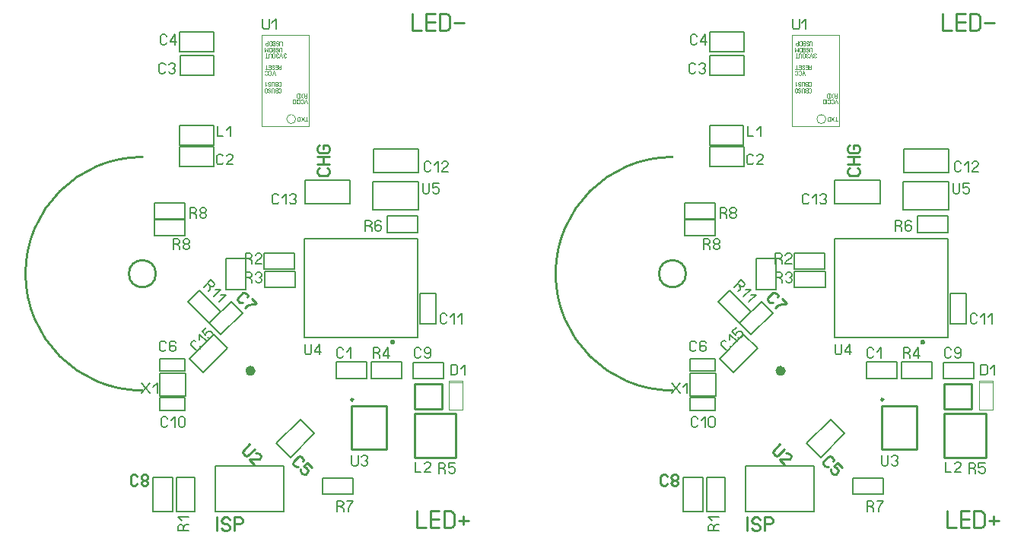
<source format=gbr>
%FSLAX34Y34*%
%MOMM*%
%LNSILK_TOP*%
G71*
G01*
%ADD10C,0.250*%
%ADD11C,0.206*%
%ADD12C,0.150*%
%ADD13C,0.200*%
%ADD14C,0.238*%
%ADD15C,0.222*%
%ADD16C,0.270*%
%ADD17C,0.100*%
%ADD18C,0.144*%
%ADD19C,0.056*%
%ADD20C,0.233*%
%LPD*%
G54D10*
G75*
G01X120500Y297500D02*
G03X120500Y297500I-15000J0D01*
G01*
G54D10*
G75*
G01X105500Y427500D02*
G03X105500Y167500I0J-130000D01*
G01*
G54D11*
X286863Y219006D02*
X286863Y209618D01*
X287730Y208173D01*
X289463Y207451D01*
X291196Y207451D01*
X292930Y208173D01*
X293796Y209618D01*
X293796Y219006D01*
G54D11*
X303040Y207451D02*
X303040Y219006D01*
X297840Y211784D01*
X297840Y210340D01*
X304774Y210340D01*
G54D12*
G75*
G01X385899Y221290D02*
G03X385899Y221290I-2000J0D01*
G01*
G36*
G75*
G01X385899Y221290D02*
G03X385899Y221290I-2000J0D01*
G01*
G37*
X385899Y221290D01*
G54D12*
X414378Y275558D02*
X432378Y275558D01*
X432378Y241558D01*
X414378Y241558D01*
X414378Y275558D01*
G54D11*
X444096Y244102D02*
X443229Y242657D01*
X441496Y241935D01*
X439762Y241935D01*
X438029Y242657D01*
X437162Y244102D01*
X437162Y251324D01*
X438029Y252768D01*
X439762Y253490D01*
X441496Y253490D01*
X443229Y252768D01*
X444096Y251324D01*
G54D11*
X448139Y249157D02*
X452473Y253490D01*
X452473Y241935D01*
G54D11*
X456516Y249157D02*
X460850Y253490D01*
X460850Y241935D01*
G54D13*
X286122Y336517D02*
X412122Y336517D01*
X412122Y226517D01*
X286122Y226517D01*
X286122Y336517D01*
G54D14*
X311132Y415109D02*
X312799Y414109D01*
X313632Y412109D01*
X313632Y410110D01*
X312799Y408109D01*
X311132Y407110D01*
X302799Y407109D01*
X301132Y408109D01*
X300299Y410110D01*
X300299Y412109D01*
X301132Y414109D01*
X302799Y415109D01*
G54D14*
X313633Y419776D02*
X300299Y419776D01*
G54D14*
X313633Y427776D02*
X300299Y427776D01*
G54D14*
X306966Y419776D02*
X306966Y427776D01*
G54D14*
X306966Y436443D02*
X306966Y440443D01*
X311132Y440443D01*
X312799Y439443D01*
X313633Y437444D01*
X313632Y435443D01*
X312799Y433443D01*
X311132Y432443D01*
X302799Y432443D01*
X301132Y433443D01*
X300299Y435443D01*
X300299Y437443D01*
X301132Y439443D01*
X302799Y440443D01*
G54D13*
X361715Y368410D02*
X361715Y400160D01*
X412515Y400160D01*
X412515Y368410D01*
X361715Y368410D01*
G54D11*
X417693Y398081D02*
X417693Y388692D01*
X418559Y387247D01*
X420293Y386525D01*
X422026Y386525D01*
X423759Y387247D01*
X424626Y388692D01*
X424626Y398081D01*
G54D11*
X435603Y398081D02*
X428670Y398081D01*
X428670Y393025D01*
X429536Y393025D01*
X431270Y393747D01*
X433003Y393747D01*
X434736Y393025D01*
X435603Y391581D01*
X435603Y388692D01*
X434736Y387247D01*
X433003Y386525D01*
X431270Y386525D01*
X429536Y387247D01*
X428670Y388692D01*
G54D12*
X412715Y436060D02*
X412715Y410060D01*
X362715Y410060D01*
X362715Y436060D01*
X412715Y436060D01*
G54D11*
X426510Y413321D02*
X425644Y411877D01*
X423910Y411154D01*
X422177Y411154D01*
X420444Y411877D01*
X419577Y413321D01*
X419577Y420543D01*
X420444Y421988D01*
X422177Y422710D01*
X423910Y422710D01*
X425644Y421988D01*
X426510Y420543D01*
G54D11*
X430554Y418377D02*
X434887Y422710D01*
X434887Y411154D01*
G54D11*
X445864Y411154D02*
X438931Y411154D01*
X438931Y411877D01*
X439798Y413321D01*
X444998Y417654D01*
X445864Y419099D01*
X445864Y420543D01*
X444998Y421988D01*
X443264Y422710D01*
X441531Y422710D01*
X439798Y421988D01*
X438931Y420543D01*
G54D12*
X336315Y401460D02*
X336315Y375460D01*
X286315Y375460D01*
X286315Y401460D01*
X336315Y401460D01*
G54D11*
X257010Y377221D02*
X256144Y375776D01*
X254410Y375054D01*
X252677Y375054D01*
X250944Y375776D01*
X250077Y377221D01*
X250077Y384443D01*
X250944Y385887D01*
X252677Y386610D01*
X254410Y386610D01*
X256144Y385887D01*
X257010Y384443D01*
G54D11*
X261054Y382276D02*
X265388Y386610D01*
X265388Y375054D01*
G54D11*
X269431Y384443D02*
X270298Y385887D01*
X272031Y386610D01*
X273764Y386610D01*
X275498Y385887D01*
X276364Y384443D01*
X276364Y382998D01*
X275498Y381554D01*
X273764Y380832D01*
X275498Y380110D01*
X276364Y378665D01*
X276364Y377221D01*
X275498Y375776D01*
X273764Y375054D01*
X272031Y375054D01*
X270298Y375776D01*
X269431Y377221D01*
G54D12*
X378315Y343560D02*
X378315Y361560D01*
X412315Y361560D01*
X412315Y343560D01*
X378315Y343560D01*
G54D11*
X357244Y351132D02*
X359844Y349687D01*
X360710Y348243D01*
X360710Y345354D01*
G54D11*
X353777Y345354D02*
X353777Y356910D01*
X358110Y356910D01*
X359844Y356187D01*
X360710Y354743D01*
X360710Y353298D01*
X359844Y351854D01*
X358110Y351132D01*
X353777Y351132D01*
G54D11*
X371687Y354743D02*
X370821Y356187D01*
X369087Y356910D01*
X367354Y356910D01*
X365621Y356187D01*
X364754Y354743D01*
X364754Y351132D01*
X364754Y350410D01*
X367354Y351854D01*
X369087Y351854D01*
X370821Y351132D01*
X371687Y349687D01*
X371687Y347521D01*
X370821Y346076D01*
X369087Y345354D01*
X367354Y345354D01*
X365621Y346076D01*
X364754Y347521D01*
X364754Y351132D01*
G54D15*
X225070Y107524D02*
X217920Y100374D01*
X217480Y98615D01*
X218250Y96745D01*
X219570Y95425D01*
X221440Y94655D01*
X223200Y95095D01*
X230350Y102244D01*
G54D15*
X229910Y85085D02*
X224630Y90364D01*
X225180Y90914D01*
X226940Y91354D01*
X234200Y90694D01*
X235960Y91134D01*
X237060Y92234D01*
X237500Y93994D01*
X236730Y95864D01*
X235410Y97184D01*
X233540Y97954D01*
X231780Y97514D01*
G54D12*
X270298Y92805D02*
X254742Y108362D01*
X281612Y135232D01*
X297169Y119675D01*
X270298Y92805D01*
G54D15*
X278847Y82804D02*
X277087Y82364D01*
X275217Y83134D01*
X273897Y84454D01*
X273127Y86324D01*
X273567Y88084D01*
X279067Y93584D01*
X280827Y94024D01*
X282697Y93254D01*
X284017Y91934D01*
X284786Y90064D01*
X284347Y88304D01*
G54D15*
X294357Y81594D02*
X289077Y86874D01*
X285227Y83024D01*
X285887Y82364D01*
X287757Y81594D01*
X289077Y80274D01*
X289847Y78404D01*
X289407Y76644D01*
X287207Y74444D01*
X285447Y74004D01*
X283577Y74774D01*
X282257Y76094D01*
X281487Y77964D01*
X281927Y79724D01*
G54D12*
X173296Y187319D02*
X157740Y202875D01*
X184610Y229745D01*
X200166Y214189D01*
X173296Y187319D01*
G54D15*
X217059Y265462D02*
X215299Y265022D01*
X213429Y265792D01*
X212109Y267112D01*
X211339Y268982D01*
X211779Y270742D01*
X217279Y276242D01*
X219039Y276682D01*
X220909Y275912D01*
X222228Y274592D01*
X222998Y272722D01*
X222558Y270962D01*
G54D15*
X227289Y269531D02*
X232569Y264252D01*
X230809Y263812D01*
X227839Y263482D01*
X224319Y262602D01*
X222009Y261612D01*
X219809Y259412D01*
G54D12*
X143818Y32547D02*
X163818Y32547D01*
X163818Y70547D01*
X143818Y70547D01*
X143818Y32547D01*
G54D11*
X151146Y14955D02*
X152591Y17555D01*
X154035Y18421D01*
X156924Y18421D01*
G54D11*
X156924Y11488D02*
X145369Y11488D01*
X145369Y15821D01*
X146091Y17555D01*
X147535Y18421D01*
X148980Y18421D01*
X150424Y17555D01*
X151146Y15821D01*
X151146Y11488D01*
G54D11*
X149702Y22465D02*
X145369Y26798D01*
X156924Y26798D01*
G54D12*
X153634Y161411D02*
X124834Y161411D01*
X124834Y186711D01*
X153634Y186711D01*
X153634Y161411D01*
G54D12*
X153073Y159199D02*
X153073Y145199D01*
X125073Y145199D01*
X125073Y159199D01*
X153073Y159199D01*
G54D11*
X133310Y129048D02*
X132443Y127603D01*
X130710Y126881D01*
X128976Y126881D01*
X127243Y127603D01*
X126376Y129048D01*
X126376Y136270D01*
X127243Y137714D01*
X128976Y138436D01*
X130710Y138436D01*
X132443Y137714D01*
X133310Y136270D01*
G54D11*
X137353Y134103D02*
X141686Y138436D01*
X141686Y126881D01*
G54D11*
X152664Y136270D02*
X152664Y129048D01*
X151797Y127603D01*
X150064Y126881D01*
X148330Y126881D01*
X146597Y127603D01*
X145730Y129048D01*
X145730Y136270D01*
X146597Y137714D01*
X148330Y138436D01*
X150064Y138436D01*
X151797Y137714D01*
X152664Y136270D01*
G54D12*
X153143Y202827D02*
X153143Y188827D01*
X125143Y188827D01*
X125143Y202827D01*
X153143Y202827D01*
G54D11*
X131922Y213227D02*
X131055Y211782D01*
X129322Y211060D01*
X127588Y211060D01*
X125855Y211782D01*
X124988Y213227D01*
X124988Y220449D01*
X125855Y221893D01*
X127588Y222616D01*
X129322Y222616D01*
X131055Y221893D01*
X131922Y220449D01*
G54D11*
X142898Y220449D02*
X142032Y221893D01*
X140298Y222616D01*
X138565Y222616D01*
X136832Y221893D01*
X135965Y220449D01*
X135965Y216838D01*
X135965Y216116D01*
X138565Y217560D01*
X140298Y217560D01*
X142032Y216838D01*
X142898Y215393D01*
X142898Y213227D01*
X142032Y211782D01*
X140298Y211060D01*
X138565Y211060D01*
X136832Y211782D01*
X135965Y213227D01*
X135965Y216838D01*
G54D11*
X104969Y175877D02*
X113636Y164321D01*
G54D11*
X104969Y164321D02*
X113636Y175877D01*
G54D11*
X117680Y171543D02*
X122013Y175877D01*
X122013Y164321D01*
G54D16*
X188574Y11139D02*
X188575Y26250D01*
G54D16*
X193864Y13972D02*
X194997Y12083D01*
X197264Y11139D01*
X199530Y11139D01*
X201797Y12084D01*
X202930Y13972D01*
X202930Y15861D01*
X201797Y17750D01*
X199530Y18694D01*
X197264Y18694D01*
X194997Y19639D01*
X193864Y21528D01*
X193864Y23417D01*
X194997Y25306D01*
X197264Y26250D01*
X199530Y26250D01*
X201797Y25306D01*
X202930Y23417D01*
G54D16*
X208220Y11139D02*
X208220Y26250D01*
X213886Y26250D01*
X216153Y25306D01*
X217286Y23417D01*
X217286Y21528D01*
X216153Y19639D01*
X213886Y18694D01*
X208220Y18694D01*
G54D13*
X262916Y32249D02*
X186716Y32249D01*
X186716Y83049D01*
X262916Y83049D01*
X262916Y32249D01*
G54D17*
X291144Y461525D02*
X238144Y461525D01*
X238144Y563525D01*
X291144Y563525D01*
X291144Y461525D01*
G54D18*
X239624Y581426D02*
X239624Y572037D01*
X240491Y570592D01*
X242224Y569870D01*
X243957Y569870D01*
X245691Y570592D01*
X246557Y572037D01*
X246557Y581425D01*
G54D18*
X249735Y577092D02*
X254068Y581425D01*
X254068Y569870D01*
G54D19*
X260754Y544888D02*
X260754Y548499D01*
X260420Y549055D01*
X259754Y549332D01*
X259087Y549332D01*
X258420Y549055D01*
X258087Y548499D01*
X258087Y544888D01*
G54D19*
X256864Y548499D02*
X256531Y549055D01*
X255864Y549332D01*
X255198Y549332D01*
X254531Y549055D01*
X254198Y548499D01*
X254198Y547943D01*
X254531Y547388D01*
X255198Y547110D01*
X255864Y547110D01*
X256531Y546832D01*
X256864Y546277D01*
X256864Y545721D01*
X256531Y545166D01*
X255864Y544888D01*
X255198Y544888D01*
X254531Y545166D01*
X254198Y545721D01*
G54D19*
X252976Y549332D02*
X252976Y544888D01*
X251309Y544888D01*
X250642Y545166D01*
X250309Y545721D01*
X250309Y546277D01*
X250642Y546832D01*
X251309Y547110D01*
X250642Y547388D01*
X250309Y547944D01*
X250309Y548499D01*
X250642Y549055D01*
X251309Y549332D01*
X252976Y549332D01*
G54D19*
X252976Y547110D02*
X251309Y547110D01*
G54D19*
X249086Y549332D02*
X249086Y544888D01*
X247420Y544888D01*
X246753Y545166D01*
X246420Y545721D01*
X246420Y548499D01*
X246753Y549055D01*
X247420Y549332D01*
X249086Y549332D01*
G54D19*
X245198Y549332D02*
X245198Y544888D01*
X243531Y547666D01*
X241864Y544888D01*
X241864Y549332D01*
G54D19*
X260820Y551888D02*
X260820Y555499D01*
X260487Y556055D01*
X259820Y556332D01*
X259154Y556332D01*
X258487Y556055D01*
X258154Y555499D01*
X258154Y551888D01*
G54D19*
X256932Y555499D02*
X256598Y556055D01*
X255932Y556332D01*
X255265Y556332D01*
X254598Y556055D01*
X254265Y555499D01*
X254265Y554944D01*
X254598Y554388D01*
X255265Y554110D01*
X255932Y554110D01*
X256598Y553832D01*
X256932Y553277D01*
X256932Y552721D01*
X256598Y552166D01*
X255932Y551888D01*
X255265Y551888D01*
X254598Y552166D01*
X254265Y552721D01*
G54D19*
X253042Y556332D02*
X253042Y551888D01*
X251376Y551888D01*
X250709Y552166D01*
X250376Y552721D01*
X250376Y553277D01*
X250709Y553832D01*
X251376Y554110D01*
X250709Y554388D01*
X250376Y554944D01*
X250376Y555499D01*
X250709Y556055D01*
X251376Y556332D01*
X253042Y556332D01*
G54D19*
X253042Y554110D02*
X251376Y554110D01*
G54D19*
X249154Y556332D02*
X249154Y551888D01*
X247487Y551888D01*
X246820Y552166D01*
X246487Y552721D01*
X246487Y555499D01*
X246820Y556055D01*
X247487Y556332D01*
X249154Y556332D01*
G54D19*
X245264Y556332D02*
X245264Y551888D01*
X243598Y551888D01*
X242931Y552166D01*
X242598Y552721D01*
X242598Y553277D01*
X242931Y553832D01*
X243598Y554110D01*
X245264Y554110D01*
G54D19*
X253254Y518888D02*
X251587Y523332D01*
X249920Y518888D01*
G54D19*
X246032Y522499D02*
X246365Y523055D01*
X247032Y523332D01*
X247698Y523332D01*
X248365Y523055D01*
X248698Y522499D01*
X248698Y519721D01*
X248365Y519166D01*
X247698Y518888D01*
X247032Y518888D01*
X246365Y519166D01*
X246032Y519721D01*
G54D19*
X242143Y522499D02*
X242476Y523055D01*
X243143Y523332D01*
X243810Y523332D01*
X244476Y523055D01*
X244810Y522499D01*
X244810Y519721D01*
X244476Y519166D01*
X243810Y518888D01*
X243143Y518888D01*
X242476Y519166D01*
X242143Y519721D01*
G54D19*
X289254Y486888D02*
X287587Y491332D01*
X285920Y486888D01*
G54D19*
X282032Y490499D02*
X282365Y491055D01*
X283032Y491332D01*
X283698Y491332D01*
X284365Y491055D01*
X284698Y490499D01*
X284698Y487721D01*
X284365Y487166D01*
X283698Y486888D01*
X283032Y486888D01*
X282365Y487166D01*
X282032Y487721D01*
G54D19*
X278143Y490499D02*
X278476Y491055D01*
X279143Y491332D01*
X279810Y491332D01*
X280476Y491055D01*
X280810Y490499D01*
X280810Y487721D01*
X280476Y487166D01*
X279810Y486888D01*
X279143Y486888D01*
X278476Y487166D01*
X278143Y487721D01*
G54D19*
X276921Y491332D02*
X276920Y486888D01*
G54D19*
X273032Y487721D02*
X273032Y490499D01*
X273365Y491055D01*
X274032Y491332D01*
X274698Y491332D01*
X275365Y491055D01*
X275698Y490499D01*
X275698Y487721D01*
X275365Y487166D01*
X274699Y486888D01*
X274032Y486888D01*
X273365Y487166D01*
X273032Y487721D01*
G54D19*
X287920Y471832D02*
X287920Y467388D01*
G54D19*
X289254Y467388D02*
X286587Y467388D01*
G54D19*
X285365Y467388D02*
X282031Y471832D01*
G54D19*
X285365Y471832D02*
X282031Y467388D01*
G54D19*
X280810Y471832D02*
X280810Y467388D01*
X279143Y467388D01*
X278476Y467666D01*
X278143Y468221D01*
X278143Y470999D01*
X278476Y471555D01*
X279143Y471832D01*
X280810Y471832D01*
G54D19*
X286920Y495610D02*
X285920Y496166D01*
X285587Y496721D01*
X285587Y497832D01*
G54D19*
X288254Y497832D02*
X288254Y493388D01*
X286587Y493388D01*
X285920Y493666D01*
X285587Y494221D01*
X285587Y494777D01*
X285920Y495332D01*
X286587Y495610D01*
X288254Y495610D01*
G54D19*
X284364Y493388D02*
X281031Y497832D01*
G54D19*
X284364Y497832D02*
X281031Y493388D01*
G54D19*
X279810Y497832D02*
X279810Y493388D01*
X278143Y493388D01*
X277476Y493666D01*
X277143Y494221D01*
X277143Y496999D01*
X277476Y497555D01*
X278143Y497832D01*
X279810Y497832D01*
G54D17*
G75*
G01X276143Y469777D02*
G03X276143Y469777I-5000J0D01*
G01*
G54D19*
X265254Y539221D02*
X264920Y538666D01*
X264254Y538388D01*
X263587Y538388D01*
X262920Y538666D01*
X262587Y539221D01*
X262587Y539777D01*
X262920Y540332D01*
X263587Y540610D01*
X262920Y540888D01*
X262587Y541443D01*
X262587Y541999D01*
X262920Y542555D01*
X263587Y542832D01*
X264254Y542832D01*
X264920Y542555D01*
X265254Y541999D01*
G54D19*
X261365Y538388D02*
X259698Y542832D01*
X258031Y538388D01*
G54D19*
X256810Y539221D02*
X256476Y538666D01*
X255810Y538388D01*
X255143Y538388D01*
X254476Y538666D01*
X254143Y539221D01*
X254143Y539777D01*
X254476Y540332D01*
X255143Y540610D01*
X254476Y540888D01*
X254143Y541443D01*
X254143Y541999D01*
X254476Y542555D01*
X255143Y542832D01*
X255810Y542832D01*
X256476Y542555D01*
X256810Y541999D01*
G54D19*
X250254Y539221D02*
X250254Y541999D01*
X250587Y542555D01*
X251254Y542832D01*
X251920Y542832D01*
X252587Y542555D01*
X252920Y541999D01*
X252920Y539221D01*
X252587Y538666D01*
X251920Y538388D01*
X251254Y538388D01*
X250587Y538666D01*
X250254Y539221D01*
G54D19*
X249032Y538388D02*
X249032Y541999D01*
X248698Y542555D01*
X248032Y542832D01*
X247365Y542832D01*
X246698Y542555D01*
X246365Y541999D01*
X246365Y538388D01*
G54D19*
X243809Y542832D02*
X243809Y538388D01*
G54D19*
X245142Y538388D02*
X242476Y538388D01*
G54D19*
X257087Y502999D02*
X257420Y503555D01*
X258087Y503832D01*
X258754Y503832D01*
X259420Y503555D01*
X259754Y502999D01*
X259754Y500221D01*
X259420Y499666D01*
X258754Y499388D01*
X258087Y499388D01*
X257420Y499666D01*
X257087Y500221D01*
G54D19*
X255864Y503832D02*
X255864Y499388D01*
X254198Y499388D01*
X253531Y499666D01*
X253198Y500221D01*
X253198Y500777D01*
X253531Y501332D01*
X254198Y501610D01*
X253531Y501888D01*
X253198Y502444D01*
X253198Y502999D01*
X253531Y503555D01*
X254198Y503832D01*
X255864Y503832D01*
G54D19*
X255864Y501610D02*
X254198Y501610D01*
G54D19*
X251976Y499388D02*
X251976Y502999D01*
X251642Y503555D01*
X250976Y503832D01*
X250309Y503832D01*
X249642Y503555D01*
X249309Y502999D01*
X249309Y499388D01*
G54D19*
X248087Y502999D02*
X247753Y503555D01*
X247086Y503832D01*
X246420Y503832D01*
X245753Y503555D01*
X245420Y502999D01*
X245420Y502444D01*
X245753Y501888D01*
X246420Y501610D01*
X247086Y501610D01*
X247753Y501332D01*
X248086Y500777D01*
X248086Y500221D01*
X247753Y499666D01*
X247086Y499388D01*
X246420Y499388D01*
X245753Y499666D01*
X245420Y500221D01*
G54D19*
X241531Y500221D02*
X241531Y502999D01*
X241864Y503555D01*
X242531Y503832D01*
X243198Y503832D01*
X243864Y503555D01*
X244198Y502999D01*
X244198Y500221D01*
X243864Y499666D01*
X243197Y499388D01*
X242531Y499388D01*
X241864Y499666D01*
X241531Y500221D01*
G54D19*
X257087Y509999D02*
X257420Y510555D01*
X258087Y510832D01*
X258754Y510832D01*
X259420Y510555D01*
X259754Y509999D01*
X259754Y507221D01*
X259420Y506666D01*
X258754Y506388D01*
X258087Y506388D01*
X257420Y506666D01*
X257087Y507221D01*
G54D19*
X255864Y510832D02*
X255864Y506388D01*
X254198Y506388D01*
X253531Y506666D01*
X253198Y507221D01*
X253198Y507777D01*
X253531Y508332D01*
X254198Y508610D01*
X253531Y508888D01*
X253198Y509444D01*
X253198Y509999D01*
X253531Y510555D01*
X254198Y510832D01*
X255864Y510832D01*
G54D19*
X255864Y508610D02*
X254198Y508610D01*
G54D19*
X251976Y506388D02*
X251976Y509999D01*
X251642Y510555D01*
X250976Y510832D01*
X250309Y510832D01*
X249642Y510555D01*
X249309Y509999D01*
X249309Y506388D01*
G54D19*
X248086Y509999D02*
X247753Y510555D01*
X247086Y510832D01*
X246420Y510832D01*
X245753Y510555D01*
X245420Y509999D01*
X245420Y509443D01*
X245753Y508888D01*
X246420Y508610D01*
X247086Y508610D01*
X247753Y508332D01*
X248086Y507777D01*
X248086Y507221D01*
X247753Y506666D01*
X247086Y506388D01*
X246420Y506388D01*
X245753Y506666D01*
X245420Y507221D01*
G54D19*
X244198Y508055D02*
X242531Y506388D01*
X242531Y510832D01*
G54D19*
X258420Y527610D02*
X257420Y528166D01*
X257087Y528721D01*
X257087Y529832D01*
G54D19*
X259753Y529832D02*
X259754Y525388D01*
X258087Y525388D01*
X257420Y525666D01*
X257087Y526221D01*
X257087Y526777D01*
X257420Y527332D01*
X258087Y527610D01*
X259754Y527610D01*
G54D19*
X253531Y529832D02*
X255864Y529832D01*
X255864Y525388D01*
X253531Y525388D01*
G54D19*
X255864Y527610D02*
X253531Y527610D01*
G54D19*
X252310Y528999D02*
X251976Y529555D01*
X251310Y529832D01*
X250643Y529832D01*
X249976Y529555D01*
X249643Y528999D01*
X249643Y528444D01*
X249976Y527888D01*
X250643Y527610D01*
X251310Y527610D01*
X251976Y527332D01*
X252310Y526777D01*
X252310Y526221D01*
X251976Y525666D01*
X251310Y525388D01*
X250643Y525388D01*
X249976Y525666D01*
X249643Y526221D01*
G54D19*
X246087Y529832D02*
X248420Y529832D01*
X248420Y525388D01*
X246087Y525388D01*
G54D19*
X248420Y527610D02*
X246087Y527610D01*
G54D19*
X243532Y529832D02*
X243532Y525388D01*
G54D19*
X244866Y525388D02*
X242199Y525388D01*
G54D12*
X184750Y438900D02*
X184750Y416900D01*
X146750Y416900D01*
X146750Y438900D01*
X184750Y438900D01*
G54D11*
X195123Y421261D02*
X194256Y419816D01*
X192523Y419094D01*
X190790Y419094D01*
X189056Y419816D01*
X188190Y421261D01*
X188190Y428483D01*
X189056Y429927D01*
X190790Y430650D01*
X192523Y430650D01*
X194256Y429927D01*
X195123Y428483D01*
G54D11*
X206100Y419094D02*
X199167Y419094D01*
X199167Y419816D01*
X200034Y421261D01*
X205234Y425594D01*
X206100Y427038D01*
X206100Y428483D01*
X205234Y429927D01*
X203500Y430650D01*
X201767Y430650D01*
X200034Y429927D01*
X199167Y428483D01*
G54D12*
X146686Y441057D02*
X146686Y463057D01*
X184686Y463057D01*
X184686Y441057D01*
X146686Y441057D01*
G54D11*
X189136Y462063D02*
X189136Y450507D01*
X195202Y450507D01*
G54D11*
X199247Y457729D02*
X203580Y462063D01*
X203580Y450507D01*
G54D12*
X185382Y540170D02*
X185382Y518170D01*
X147382Y518170D01*
X147382Y540170D01*
X185382Y540170D01*
G54D11*
X131256Y522831D02*
X130389Y521386D01*
X128656Y520664D01*
X126922Y520664D01*
X125189Y521386D01*
X124322Y522831D01*
X124322Y530053D01*
X125189Y531498D01*
X126922Y532220D01*
X128656Y532220D01*
X130389Y531498D01*
X131256Y530053D01*
G54D11*
X135299Y530053D02*
X136166Y531498D01*
X137899Y532220D01*
X139632Y532220D01*
X141366Y531498D01*
X142232Y530053D01*
X142232Y528609D01*
X141366Y527164D01*
X139632Y526442D01*
X141366Y525720D01*
X142232Y524275D01*
X142232Y522831D01*
X141366Y521386D01*
X139632Y520664D01*
X137899Y520664D01*
X136166Y521386D01*
X135299Y522831D01*
G54D12*
X185268Y566523D02*
X185268Y544523D01*
X147268Y544523D01*
X147268Y566523D01*
X185268Y566523D01*
G54D11*
X132742Y554784D02*
X131875Y553339D01*
X130142Y552617D01*
X128408Y552617D01*
X126675Y553339D01*
X125808Y554784D01*
X125808Y562006D01*
X126675Y563451D01*
X128408Y564173D01*
X130142Y564173D01*
X131875Y563451D01*
X132742Y562006D01*
G54D11*
X141985Y552617D02*
X141985Y564173D01*
X136785Y556951D01*
X136785Y555506D01*
X143719Y555506D01*
G54D12*
X117323Y70320D02*
X139323Y70320D01*
X139323Y32320D01*
X117323Y32320D01*
X117323Y70320D01*
G54D15*
X99850Y63569D02*
X98917Y62014D01*
X97050Y61236D01*
X95184Y61236D01*
X93317Y62014D01*
X92384Y63569D01*
X92384Y71347D01*
X93317Y72902D01*
X95184Y73680D01*
X97050Y73680D01*
X98917Y72902D01*
X99850Y71347D01*
G54D15*
X108873Y67458D02*
X107007Y67458D01*
X105140Y68236D01*
X104207Y69791D01*
X104207Y71347D01*
X105140Y72902D01*
X107007Y73680D01*
X108873Y73680D01*
X110740Y72902D01*
X111674Y71347D01*
X111674Y69791D01*
X110740Y68236D01*
X108873Y67458D01*
X110740Y66680D01*
X111674Y65125D01*
X111674Y63569D01*
X110740Y62014D01*
X108874Y61236D01*
X107007Y61236D01*
X105140Y62014D01*
X104207Y63569D01*
X104207Y65125D01*
X105140Y66680D01*
X107007Y67458D01*
G54D12*
X241100Y302700D02*
X241100Y320700D01*
X275100Y320700D01*
X275100Y302700D01*
X241100Y302700D01*
G54D11*
X223716Y314628D02*
X226316Y313183D01*
X227183Y311739D01*
X227183Y308850D01*
G54D11*
X220250Y308850D02*
X220250Y320406D01*
X224583Y320406D01*
X226316Y319683D01*
X227183Y318239D01*
X227183Y316794D01*
X226316Y315350D01*
X224583Y314628D01*
X220250Y314628D01*
G54D11*
X238160Y308850D02*
X231227Y308850D01*
X231227Y309572D01*
X232094Y311017D01*
X237294Y315350D01*
X238160Y316794D01*
X238160Y318239D01*
X237294Y319683D01*
X235560Y320406D01*
X233827Y320406D01*
X232094Y319683D01*
X231227Y318239D01*
G54D12*
X241400Y282500D02*
X241400Y300500D01*
X275400Y300500D01*
X275400Y282500D01*
X241400Y282500D01*
G54D11*
X224216Y293228D02*
X226816Y291783D01*
X227683Y290339D01*
X227683Y287450D01*
G54D11*
X220750Y287450D02*
X220750Y299006D01*
X225083Y299006D01*
X226816Y298283D01*
X227683Y296839D01*
X227683Y295394D01*
X226816Y293950D01*
X225083Y293228D01*
X220750Y293228D01*
G54D11*
X231727Y296839D02*
X232594Y298283D01*
X234327Y299006D01*
X236060Y299006D01*
X237794Y298283D01*
X238660Y296839D01*
X238660Y295394D01*
X237794Y293950D01*
X236060Y293228D01*
X237794Y292506D01*
X238660Y291061D01*
X238660Y289617D01*
X237794Y288172D01*
X236060Y287450D01*
X234327Y287450D01*
X232594Y288172D01*
X231727Y289617D01*
G54D10*
X338000Y150600D02*
X377000Y150600D01*
X377000Y101600D01*
X338000Y101600D01*
X338000Y150600D01*
G54D10*
G75*
G01X340400Y157400D02*
G03X340400Y157400I-1400J0D01*
G01*
G54D11*
X338550Y95301D02*
X338550Y85912D01*
X339416Y84467D01*
X341150Y83745D01*
X342883Y83745D01*
X344616Y84467D01*
X345483Y85912D01*
X345483Y95301D01*
G54D11*
X349527Y93134D02*
X350394Y94578D01*
X352127Y95301D01*
X353860Y95301D01*
X355594Y94578D01*
X356460Y93134D01*
X356460Y91689D01*
X355594Y90245D01*
X353860Y89523D01*
X355594Y88801D01*
X356460Y87356D01*
X356460Y85912D01*
X355594Y84467D01*
X353860Y83745D01*
X352127Y83745D01*
X350394Y84467D01*
X349527Y85912D01*
G54D12*
X321600Y181000D02*
X321600Y199000D01*
X355600Y199000D01*
X355600Y181000D01*
X321600Y181000D01*
G54D11*
X329183Y205717D02*
X328316Y204272D01*
X326583Y203550D01*
X324850Y203550D01*
X323116Y204272D01*
X322250Y205717D01*
X322250Y212939D01*
X323116Y214383D01*
X324850Y215106D01*
X326583Y215106D01*
X328316Y214383D01*
X329183Y212939D01*
G54D11*
X333227Y210772D02*
X337560Y215106D01*
X337560Y203550D01*
G54D12*
X360400Y181000D02*
X360400Y199000D01*
X394400Y199000D01*
X394400Y181000D01*
X360400Y181000D01*
G54D11*
X366016Y209428D02*
X368616Y207983D01*
X369483Y206539D01*
X369483Y203650D01*
G54D11*
X362550Y203650D02*
X362550Y215206D01*
X366883Y215206D01*
X368616Y214483D01*
X369483Y213039D01*
X369483Y211594D01*
X368616Y210150D01*
X366883Y209428D01*
X362550Y209428D01*
G54D11*
X378727Y203650D02*
X378727Y215206D01*
X373527Y207983D01*
X373527Y206539D01*
X380460Y206539D01*
G54D12*
X407000Y180700D02*
X407000Y198700D01*
X441000Y198700D01*
X441000Y180700D01*
X407000Y180700D01*
G54D11*
X415283Y206017D02*
X414416Y204572D01*
X412683Y203850D01*
X410950Y203850D01*
X409217Y204572D01*
X408350Y206017D01*
X408350Y213239D01*
X409217Y214683D01*
X410950Y215406D01*
X412683Y215406D01*
X414416Y214683D01*
X415283Y213239D01*
G54D11*
X419327Y206017D02*
X420194Y204572D01*
X421927Y203850D01*
X423660Y203850D01*
X425394Y204572D01*
X426260Y206017D01*
X426260Y209628D01*
X426260Y210350D01*
X423660Y208906D01*
X421927Y208906D01*
X420194Y209628D01*
X419327Y211072D01*
X419327Y213239D01*
X420194Y214683D01*
X421927Y215406D01*
X423660Y215406D01*
X425394Y214683D01*
X426260Y213239D01*
X426260Y209628D01*
G54D10*
X408200Y174900D02*
X438600Y174900D01*
X438600Y146600D01*
X408200Y146600D01*
X408200Y174900D01*
G54D11*
X438816Y81028D02*
X441416Y79583D01*
X442283Y78139D01*
X442283Y75250D01*
G54D11*
X435350Y75250D02*
X435350Y86806D01*
X439683Y86806D01*
X441417Y86083D01*
X442283Y84639D01*
X442283Y83194D01*
X441416Y81750D01*
X439683Y81028D01*
X435350Y81028D01*
G54D11*
X453260Y86806D02*
X446327Y86806D01*
X446327Y81750D01*
X447194Y81750D01*
X448927Y82472D01*
X450660Y82472D01*
X452394Y81750D01*
X453260Y80306D01*
X453260Y77417D01*
X452394Y75972D01*
X450660Y75250D01*
X448927Y75250D01*
X447194Y75972D01*
X446327Y77417D01*
G54D10*
X408200Y141800D02*
X454300Y141800D01*
X454300Y92700D01*
X408200Y92700D01*
X408200Y141800D01*
G54D11*
X409150Y87806D02*
X409150Y76250D01*
X415216Y76250D01*
G54D11*
X426194Y76250D02*
X419261Y76250D01*
X419261Y76972D01*
X420128Y78417D01*
X425328Y82750D01*
X426194Y84194D01*
X426194Y85639D01*
X425328Y87083D01*
X423594Y87806D01*
X421861Y87806D01*
X420128Y87083D01*
X419261Y85639D01*
G54D17*
X461775Y176787D02*
X461775Y146188D01*
X446575Y146188D01*
X446575Y176788D01*
X461775Y176787D01*
G54D17*
X461775Y176787D02*
X461775Y178288D01*
X446675Y178288D01*
X446675Y176787D01*
X461775Y176787D01*
G54D11*
X448798Y184830D02*
X448798Y196386D01*
X453131Y196386D01*
X454865Y195664D01*
X455731Y194219D01*
X455731Y186997D01*
X454865Y185553D01*
X453131Y184830D01*
X448798Y184830D01*
G54D11*
X459775Y192053D02*
X464108Y196386D01*
X464108Y184830D01*
G54D20*
X411300Y33067D02*
X411300Y14400D01*
X421100Y14400D01*
G54D20*
X436033Y14400D02*
X426233Y14400D01*
X426233Y33067D01*
X436033Y33067D01*
G54D20*
X426233Y23733D02*
X436033Y23733D01*
G54D20*
X441166Y14400D02*
X441166Y33067D01*
X448166Y33067D01*
X450966Y31900D01*
X452366Y29567D01*
X452366Y17900D01*
X450966Y15567D01*
X448166Y14400D01*
X441166Y14400D01*
G54D20*
X457499Y22567D02*
X468699Y22567D01*
G54D20*
X463099Y27233D02*
X463099Y17900D01*
G54D20*
X406400Y587167D02*
X406400Y568500D01*
X416200Y568500D01*
G54D20*
X431133Y568500D02*
X421333Y568500D01*
X421333Y587167D01*
X431133Y587167D01*
G54D20*
X421333Y577833D02*
X431133Y577833D01*
G54D20*
X436266Y568500D02*
X436266Y587167D01*
X443266Y587167D01*
X446066Y586000D01*
X447466Y583667D01*
X447466Y572000D01*
X446066Y569667D01*
X443266Y568500D01*
X436266Y568500D01*
G54D20*
X452599Y576667D02*
X463799Y576667D01*
G54D10*
G75*
G01X230200Y189300D02*
G03X230200Y189300I-4400J0D01*
G01*
G36*
G75*
G01X230200Y189300D02*
G03X230200Y189300I-4400J0D01*
G01*
G37*
X230200Y189300D01*
G54D12*
X306000Y51900D02*
X306000Y69900D01*
X340000Y69900D01*
X340000Y51900D01*
X306000Y51900D01*
G54D11*
X325916Y38528D02*
X328517Y37083D01*
X329383Y35639D01*
X329383Y32750D01*
G54D11*
X322450Y32750D02*
X322450Y44306D01*
X326783Y44306D01*
X328517Y43583D01*
X329383Y42139D01*
X329383Y40694D01*
X328516Y39250D01*
X326783Y38528D01*
X322450Y38528D01*
G54D11*
X333427Y44306D02*
X340360Y44306D01*
X339494Y42861D01*
X337760Y40694D01*
X336027Y37806D01*
X335160Y35639D01*
X335160Y32750D01*
G54D12*
X153040Y376179D02*
X153040Y358179D01*
X119040Y358179D01*
X119040Y376179D01*
X153040Y376179D01*
G54D11*
X143646Y330350D02*
X146246Y328906D01*
X147112Y327462D01*
X147112Y324573D01*
G54D11*
X140179Y324573D02*
X140179Y336128D01*
X144513Y336128D01*
X146246Y335406D01*
X147112Y333962D01*
X147112Y332517D01*
X146246Y331073D01*
X144513Y330350D01*
X140179Y330350D01*
G54D11*
X155490Y330350D02*
X153756Y330350D01*
X152023Y331073D01*
X151156Y332517D01*
X151156Y333962D01*
X152023Y335406D01*
X153756Y336128D01*
X155490Y336128D01*
X157223Y335406D01*
X158090Y333962D01*
X158090Y332517D01*
X157223Y331073D01*
X155490Y330350D01*
X157223Y329628D01*
X158090Y328184D01*
X158090Y326739D01*
X157223Y325295D01*
X155490Y324573D01*
X153756Y324573D01*
X152023Y325295D01*
X151156Y326739D01*
X151156Y328184D01*
X152023Y329628D01*
X153756Y330350D01*
G54D12*
X156218Y266365D02*
X168946Y279093D01*
X192988Y255052D01*
X180260Y242324D01*
X156218Y266365D01*
G54D11*
X180380Y284279D02*
X181197Y281419D01*
X180788Y279784D01*
X178746Y277742D01*
G54D11*
X173843Y282644D02*
X182014Y290815D01*
X185078Y287751D01*
X185793Y286015D01*
X185384Y284381D01*
X184363Y283359D01*
X182729Y282951D01*
X180992Y283666D01*
X177928Y286730D01*
G54D11*
X186712Y279989D02*
X192840Y279989D01*
X184669Y271818D01*
G54D11*
X192635Y274066D02*
X198763Y274066D01*
X190592Y265895D01*
G54D12*
X204281Y266393D02*
X217009Y253665D01*
X192967Y229624D01*
X180239Y242352D01*
X204281Y266393D01*
G54D11*
X169751Y217481D02*
X170160Y215847D01*
X169444Y214110D01*
X168219Y212885D01*
X166482Y212170D01*
X164848Y212578D01*
X159742Y217685D01*
X159333Y219319D01*
X160048Y221056D01*
X161274Y222281D01*
X163010Y222996D01*
X164644Y222588D01*
G54D11*
X169035Y223915D02*
X169035Y230043D01*
X177206Y221872D01*
G54D11*
X176797Y237805D02*
X171895Y232903D01*
X175470Y229328D01*
X176082Y229941D01*
X176797Y231677D01*
X178023Y232903D01*
X179759Y233618D01*
X181394Y233209D01*
X183436Y231166D01*
X183845Y229532D01*
X183130Y227796D01*
X181904Y226570D01*
X180168Y225855D01*
X178534Y226264D01*
G54D12*
X152940Y357679D02*
X152940Y339679D01*
X118940Y339679D01*
X118940Y357679D01*
X152940Y357679D01*
G54D11*
X161946Y365350D02*
X164546Y363906D01*
X165413Y362462D01*
X165413Y359573D01*
G54D11*
X158479Y359573D02*
X158479Y371128D01*
X162813Y371128D01*
X164546Y370406D01*
X165413Y368962D01*
X165413Y367517D01*
X164546Y366073D01*
X162812Y365350D01*
X158479Y365350D01*
G54D11*
X173790Y365351D02*
X172056Y365350D01*
X170323Y366073D01*
X169456Y367517D01*
X169456Y368962D01*
X170323Y370406D01*
X172056Y371128D01*
X173790Y371128D01*
X175523Y370406D01*
X176390Y368962D01*
X176390Y367517D01*
X175523Y366073D01*
X173790Y365351D01*
X175523Y364628D01*
X176390Y363184D01*
X176390Y361739D01*
X175523Y360295D01*
X173790Y359573D01*
X172056Y359573D01*
X170323Y360295D01*
X169456Y361739D01*
X169456Y363184D01*
X170323Y364628D01*
X172056Y365350D01*
G54D13*
X198964Y314811D02*
X220964Y314811D01*
X220964Y279811D01*
X198964Y279811D01*
X198964Y314811D01*
G54D10*
G75*
G01X710500Y297500D02*
G03X710500Y297500I-15000J0D01*
G01*
G54D10*
G75*
G01X695500Y427500D02*
G03X695500Y167500I0J-130000D01*
G01*
G54D11*
X876863Y219006D02*
X876863Y209618D01*
X877730Y208173D01*
X879463Y207451D01*
X881196Y207451D01*
X882930Y208173D01*
X883796Y209618D01*
X883796Y219006D01*
G54D11*
X893040Y207451D02*
X893040Y219006D01*
X887840Y211784D01*
X887840Y210340D01*
X894774Y210340D01*
G54D12*
G75*
G01X975899Y221290D02*
G03X975899Y221290I-2000J0D01*
G01*
G36*
G75*
G01X975899Y221290D02*
G03X975899Y221290I-2000J0D01*
G01*
G37*
X975899Y221290D01*
G54D12*
X1004378Y275558D02*
X1022378Y275558D01*
X1022378Y241558D01*
X1004378Y241558D01*
X1004378Y275558D01*
G54D11*
X1034096Y244102D02*
X1033229Y242657D01*
X1031496Y241935D01*
X1029762Y241935D01*
X1028029Y242657D01*
X1027162Y244102D01*
X1027162Y251324D01*
X1028029Y252768D01*
X1029762Y253490D01*
X1031496Y253490D01*
X1033229Y252768D01*
X1034096Y251324D01*
G54D11*
X1038139Y249157D02*
X1042473Y253490D01*
X1042473Y241935D01*
G54D11*
X1046516Y249157D02*
X1050850Y253490D01*
X1050850Y241935D01*
G54D13*
X876122Y336517D02*
X1002122Y336517D01*
X1002122Y226517D01*
X876122Y226517D01*
X876122Y336517D01*
G54D14*
X901132Y415109D02*
X902799Y414109D01*
X903632Y412109D01*
X903632Y410110D01*
X902799Y408109D01*
X901132Y407110D01*
X892799Y407109D01*
X891132Y408109D01*
X890299Y410110D01*
X890299Y412109D01*
X891132Y414109D01*
X892799Y415109D01*
G54D14*
X903633Y419776D02*
X890299Y419776D01*
G54D14*
X903633Y427776D02*
X890299Y427776D01*
G54D14*
X896966Y419776D02*
X896966Y427776D01*
G54D14*
X896966Y436443D02*
X896966Y440444D01*
X901132Y440444D01*
X902799Y439443D01*
X903633Y437444D01*
X903632Y435443D01*
X902799Y433443D01*
X901132Y432443D01*
X892799Y432443D01*
X891132Y433443D01*
X890299Y435443D01*
X890299Y437444D01*
X891132Y439443D01*
X892799Y440444D01*
G54D13*
X951715Y368410D02*
X951715Y400160D01*
X1002515Y400160D01*
X1002515Y368410D01*
X951715Y368410D01*
G54D11*
X1007693Y398081D02*
X1007693Y388692D01*
X1008559Y387247D01*
X1010293Y386525D01*
X1012026Y386525D01*
X1013759Y387247D01*
X1014626Y388692D01*
X1014626Y398081D01*
G54D11*
X1025603Y398081D02*
X1018670Y398081D01*
X1018670Y393025D01*
X1019536Y393025D01*
X1021270Y393747D01*
X1023003Y393747D01*
X1024736Y393025D01*
X1025603Y391581D01*
X1025603Y388692D01*
X1024736Y387247D01*
X1023003Y386525D01*
X1021270Y386525D01*
X1019536Y387247D01*
X1018670Y388692D01*
G54D12*
X1002715Y436060D02*
X1002715Y410060D01*
X952715Y410060D01*
X952715Y436060D01*
X1002715Y436060D01*
G54D11*
X1016510Y413321D02*
X1015644Y411877D01*
X1013910Y411154D01*
X1012177Y411154D01*
X1010444Y411877D01*
X1009577Y413321D01*
X1009577Y420544D01*
X1010444Y421988D01*
X1012177Y422710D01*
X1013910Y422710D01*
X1015644Y421988D01*
X1016510Y420544D01*
G54D11*
X1020554Y418377D02*
X1024888Y422710D01*
X1024888Y411154D01*
G54D11*
X1035864Y411154D02*
X1028931Y411154D01*
X1028931Y411877D01*
X1029798Y413321D01*
X1034998Y417654D01*
X1035864Y419099D01*
X1035864Y420544D01*
X1034998Y421988D01*
X1033264Y422710D01*
X1031531Y422710D01*
X1029798Y421988D01*
X1028931Y420544D01*
G54D12*
X926315Y401460D02*
X926315Y375460D01*
X876315Y375460D01*
X876315Y401460D01*
X926315Y401460D01*
G54D11*
X847011Y377221D02*
X846144Y375776D01*
X844411Y375054D01*
X842677Y375054D01*
X840944Y375776D01*
X840077Y377221D01*
X840077Y384443D01*
X840944Y385887D01*
X842677Y386610D01*
X844411Y386610D01*
X846144Y385887D01*
X847010Y384443D01*
G54D11*
X851054Y382276D02*
X855388Y386610D01*
X855388Y375054D01*
G54D11*
X859431Y384443D02*
X860298Y385887D01*
X862031Y386610D01*
X863765Y386610D01*
X865498Y385887D01*
X866365Y384443D01*
X866365Y382998D01*
X865498Y381554D01*
X863765Y380832D01*
X865498Y380110D01*
X866365Y378665D01*
X866365Y377221D01*
X865498Y375776D01*
X863765Y375054D01*
X862031Y375054D01*
X860298Y375776D01*
X859431Y377221D01*
G54D12*
X968315Y343560D02*
X968315Y361560D01*
X1002315Y361560D01*
X1002315Y343560D01*
X968315Y343560D01*
G54D11*
X947244Y351132D02*
X949844Y349687D01*
X950710Y348243D01*
X950710Y345354D01*
G54D11*
X943777Y345354D02*
X943777Y356910D01*
X948110Y356910D01*
X949844Y356187D01*
X950710Y354743D01*
X950710Y353298D01*
X949844Y351854D01*
X948110Y351132D01*
X943777Y351132D01*
G54D11*
X961688Y354743D02*
X960821Y356187D01*
X959088Y356910D01*
X957354Y356910D01*
X955621Y356187D01*
X954754Y354743D01*
X954754Y351132D01*
X954754Y350410D01*
X957354Y351854D01*
X959088Y351854D01*
X960821Y351132D01*
X961688Y349687D01*
X961688Y347521D01*
X960821Y346076D01*
X959088Y345354D01*
X957354Y345354D01*
X955621Y346076D01*
X954754Y347521D01*
X954754Y351132D01*
G54D15*
X815070Y107524D02*
X807920Y100374D01*
X807480Y98615D01*
X808250Y96745D01*
X809570Y95425D01*
X811440Y94655D01*
X813200Y95095D01*
X820350Y102244D01*
G54D15*
X819910Y85085D02*
X814630Y90364D01*
X815180Y90914D01*
X816940Y91354D01*
X824200Y90694D01*
X825960Y91134D01*
X827060Y92234D01*
X827500Y93994D01*
X826730Y95864D01*
X825410Y97184D01*
X823540Y97954D01*
X821780Y97514D01*
G54D12*
X860298Y92805D02*
X844742Y108362D01*
X871612Y135232D01*
X887169Y119675D01*
X860298Y92805D01*
G54D15*
X868847Y82804D02*
X867087Y82364D01*
X865217Y83134D01*
X863897Y84454D01*
X863127Y86324D01*
X863567Y88084D01*
X869067Y93584D01*
X870827Y94024D01*
X872697Y93254D01*
X874017Y91934D01*
X874787Y90064D01*
X874347Y88304D01*
G54D15*
X884357Y81594D02*
X879077Y86874D01*
X875227Y83024D01*
X875887Y82364D01*
X877757Y81594D01*
X879077Y80274D01*
X879847Y78404D01*
X879407Y76644D01*
X877207Y74444D01*
X875447Y74004D01*
X873577Y74774D01*
X872257Y76094D01*
X871487Y77964D01*
X871927Y79724D01*
G54D12*
X763296Y187319D02*
X747740Y202875D01*
X774610Y229745D01*
X790166Y214189D01*
X763296Y187319D01*
G54D15*
X807059Y265462D02*
X805299Y265022D01*
X803429Y265792D01*
X802109Y267112D01*
X801339Y268982D01*
X801779Y270742D01*
X807279Y276242D01*
X809039Y276682D01*
X810909Y275912D01*
X812229Y274592D01*
X812998Y272722D01*
X812559Y270962D01*
G54D15*
X817289Y269531D02*
X822569Y264252D01*
X820809Y263812D01*
X817839Y263482D01*
X814319Y262602D01*
X812009Y261612D01*
X809809Y259412D01*
G54D12*
X733818Y32547D02*
X753818Y32547D01*
X753818Y70547D01*
X733818Y70547D01*
X733818Y32547D01*
G54D11*
X741146Y14955D02*
X742591Y17555D01*
X744035Y18421D01*
X746924Y18421D01*
G54D11*
X746924Y11488D02*
X735369Y11488D01*
X735369Y15821D01*
X736091Y17555D01*
X737535Y18421D01*
X738980Y18421D01*
X740424Y17555D01*
X741146Y15821D01*
X741146Y11488D01*
G54D11*
X739702Y22465D02*
X735369Y26798D01*
X746924Y26798D01*
G54D12*
X743634Y161411D02*
X714834Y161411D01*
X714834Y186711D01*
X743634Y186711D01*
X743634Y161411D01*
G54D12*
X743073Y159199D02*
X743073Y145199D01*
X715073Y145199D01*
X715073Y159199D01*
X743073Y159199D01*
G54D11*
X723310Y129048D02*
X722443Y127603D01*
X720710Y126881D01*
X718976Y126881D01*
X717243Y127603D01*
X716376Y129048D01*
X716376Y136270D01*
X717243Y137714D01*
X718976Y138436D01*
X720710Y138436D01*
X722443Y137714D01*
X723310Y136270D01*
G54D11*
X727353Y134103D02*
X731686Y138436D01*
X731687Y126881D01*
G54D11*
X742664Y136270D02*
X742664Y129048D01*
X741797Y127603D01*
X740064Y126881D01*
X738330Y126881D01*
X736597Y127603D01*
X735730Y129048D01*
X735730Y136270D01*
X736597Y137714D01*
X738330Y138436D01*
X740064Y138436D01*
X741797Y137714D01*
X742664Y136270D01*
G54D12*
X743143Y202827D02*
X743143Y188827D01*
X715143Y188827D01*
X715143Y202827D01*
X743143Y202827D01*
G54D11*
X721922Y213227D02*
X721055Y211782D01*
X719322Y211060D01*
X717588Y211060D01*
X715855Y211782D01*
X714988Y213227D01*
X714988Y220449D01*
X715855Y221893D01*
X717588Y222616D01*
X719322Y222616D01*
X721055Y221893D01*
X721922Y220449D01*
G54D11*
X732898Y220449D02*
X732032Y221893D01*
X730298Y222616D01*
X728565Y222616D01*
X726832Y221893D01*
X725965Y220449D01*
X725965Y216838D01*
X725965Y216116D01*
X728565Y217560D01*
X730298Y217560D01*
X732032Y216838D01*
X732898Y215393D01*
X732898Y213227D01*
X732032Y211782D01*
X730298Y211060D01*
X728565Y211060D01*
X726832Y211782D01*
X725965Y213227D01*
X725965Y216838D01*
G54D11*
X694969Y175877D02*
X703636Y164321D01*
G54D11*
X694969Y164321D02*
X703636Y175877D01*
G54D11*
X707680Y171543D02*
X712013Y175877D01*
X712013Y164321D01*
G54D16*
X778575Y11139D02*
X778575Y26250D01*
G54D16*
X783864Y13972D02*
X784997Y12083D01*
X787264Y11139D01*
X789530Y11139D01*
X791797Y12084D01*
X792930Y13972D01*
X792930Y15861D01*
X791797Y17750D01*
X789530Y18694D01*
X787264Y18694D01*
X784997Y19639D01*
X783864Y21528D01*
X783864Y23417D01*
X784997Y25306D01*
X787264Y26250D01*
X789530Y26250D01*
X791797Y25306D01*
X792930Y23417D01*
G54D16*
X798220Y11139D02*
X798220Y26250D01*
X803886Y26250D01*
X806153Y25306D01*
X807286Y23417D01*
X807286Y21528D01*
X806153Y19639D01*
X803886Y18694D01*
X798220Y18694D01*
G54D13*
X852916Y32249D02*
X776716Y32249D01*
X776716Y83049D01*
X852916Y83049D01*
X852916Y32249D01*
G54D17*
X881144Y461525D02*
X828144Y461525D01*
X828144Y563525D01*
X881144Y563525D01*
X881144Y461525D01*
G54D18*
X829624Y581425D02*
X829624Y572037D01*
X830491Y570592D01*
X832224Y569870D01*
X833957Y569870D01*
X835691Y570592D01*
X836557Y572037D01*
X836557Y581425D01*
G54D18*
X839735Y577092D02*
X844068Y581425D01*
X844068Y569870D01*
G54D19*
X850754Y544888D02*
X850754Y548499D01*
X850420Y549055D01*
X849754Y549332D01*
X849087Y549332D01*
X848420Y549055D01*
X848087Y548499D01*
X848087Y544888D01*
G54D19*
X846864Y548499D02*
X846531Y549055D01*
X845864Y549332D01*
X845198Y549332D01*
X844531Y549055D01*
X844198Y548499D01*
X844198Y547943D01*
X844531Y547388D01*
X845198Y547110D01*
X845864Y547110D01*
X846531Y546832D01*
X846864Y546277D01*
X846864Y545721D01*
X846531Y545166D01*
X845864Y544888D01*
X845198Y544888D01*
X844531Y545166D01*
X844198Y545721D01*
G54D19*
X842976Y549332D02*
X842976Y544888D01*
X841309Y544888D01*
X840642Y545166D01*
X840309Y545721D01*
X840309Y546277D01*
X840642Y546832D01*
X841309Y547110D01*
X840642Y547388D01*
X840309Y547944D01*
X840309Y548499D01*
X840642Y549055D01*
X841309Y549332D01*
X842976Y549332D01*
G54D19*
X842976Y547110D02*
X841309Y547110D01*
G54D19*
X839086Y549332D02*
X839086Y544888D01*
X837420Y544888D01*
X836753Y545166D01*
X836420Y545721D01*
X836420Y548499D01*
X836753Y549055D01*
X837420Y549332D01*
X839086Y549332D01*
G54D19*
X835198Y549332D02*
X835198Y544888D01*
X833531Y547666D01*
X831864Y544888D01*
X831864Y549332D01*
G54D19*
X850820Y551888D02*
X850820Y555499D01*
X850487Y556055D01*
X849820Y556332D01*
X849154Y556332D01*
X848487Y556055D01*
X848154Y555499D01*
X848154Y551888D01*
G54D19*
X846932Y555499D02*
X846598Y556055D01*
X845932Y556332D01*
X845265Y556332D01*
X844598Y556055D01*
X844265Y555499D01*
X844265Y554944D01*
X844598Y554388D01*
X845265Y554110D01*
X845932Y554110D01*
X846598Y553832D01*
X846932Y553277D01*
X846932Y552721D01*
X846598Y552166D01*
X845932Y551888D01*
X845265Y551888D01*
X844598Y552166D01*
X844265Y552721D01*
G54D19*
X843042Y556332D02*
X843042Y551888D01*
X841376Y551888D01*
X840709Y552166D01*
X840376Y552721D01*
X840376Y553277D01*
X840709Y553832D01*
X841376Y554110D01*
X840709Y554388D01*
X840376Y554944D01*
X840376Y555499D01*
X840709Y556055D01*
X841376Y556332D01*
X843042Y556332D01*
G54D19*
X843042Y554110D02*
X841376Y554110D01*
G54D19*
X839154Y556332D02*
X839154Y551888D01*
X837487Y551888D01*
X836820Y552166D01*
X836487Y552721D01*
X836487Y555499D01*
X836820Y556055D01*
X837487Y556332D01*
X839154Y556332D01*
G54D19*
X835264Y556332D02*
X835264Y551888D01*
X833598Y551888D01*
X832931Y552166D01*
X832598Y552721D01*
X832598Y553277D01*
X832931Y553832D01*
X833598Y554110D01*
X835264Y554110D01*
G54D19*
X843254Y518888D02*
X841587Y523332D01*
X839920Y518888D01*
G54D19*
X836032Y522499D02*
X836365Y523055D01*
X837032Y523332D01*
X837698Y523332D01*
X838365Y523055D01*
X838698Y522499D01*
X838698Y519721D01*
X838365Y519166D01*
X837698Y518888D01*
X837032Y518888D01*
X836365Y519166D01*
X836032Y519721D01*
G54D19*
X832143Y522499D02*
X832476Y523055D01*
X833143Y523332D01*
X833810Y523332D01*
X834476Y523055D01*
X834810Y522499D01*
X834810Y519721D01*
X834476Y519166D01*
X833810Y518888D01*
X833143Y518888D01*
X832476Y519166D01*
X832143Y519721D01*
G54D19*
X879254Y486888D02*
X877587Y491332D01*
X875920Y486888D01*
G54D19*
X872032Y490499D02*
X872365Y491055D01*
X873032Y491332D01*
X873698Y491332D01*
X874365Y491055D01*
X874698Y490499D01*
X874698Y487721D01*
X874365Y487166D01*
X873698Y486888D01*
X873032Y486888D01*
X872365Y487166D01*
X872032Y487721D01*
G54D19*
X868143Y490499D02*
X868476Y491055D01*
X869143Y491332D01*
X869810Y491332D01*
X870476Y491055D01*
X870810Y490499D01*
X870810Y487721D01*
X870476Y487166D01*
X869810Y486888D01*
X869143Y486888D01*
X868476Y487166D01*
X868143Y487721D01*
G54D19*
X866921Y491332D02*
X866920Y486888D01*
G54D19*
X863032Y487721D02*
X863032Y490499D01*
X863365Y491055D01*
X864032Y491332D01*
X864699Y491332D01*
X865365Y491055D01*
X865698Y490499D01*
X865699Y487721D01*
X865365Y487166D01*
X864699Y486888D01*
X864032Y486888D01*
X863365Y487166D01*
X863032Y487721D01*
G54D19*
X877920Y471832D02*
X877920Y467388D01*
G54D19*
X879254Y467388D02*
X876587Y467388D01*
G54D19*
X875365Y467388D02*
X872031Y471832D01*
G54D19*
X875365Y471832D02*
X872031Y467388D01*
G54D19*
X870810Y471832D02*
X870810Y467388D01*
X869143Y467388D01*
X868476Y467666D01*
X868143Y468221D01*
X868143Y470999D01*
X868476Y471555D01*
X869143Y471832D01*
X870810Y471832D01*
G54D19*
X876920Y495610D02*
X875920Y496166D01*
X875587Y496721D01*
X875587Y497832D01*
G54D19*
X878254Y497832D02*
X878254Y493388D01*
X876587Y493388D01*
X875920Y493666D01*
X875587Y494221D01*
X875587Y494777D01*
X875920Y495332D01*
X876587Y495610D01*
X878254Y495610D01*
G54D19*
X874364Y493388D02*
X871031Y497832D01*
G54D19*
X874364Y497832D02*
X871031Y493388D01*
G54D19*
X869810Y497832D02*
X869810Y493388D01*
X868143Y493388D01*
X867476Y493666D01*
X867143Y494221D01*
X867143Y496999D01*
X867476Y497555D01*
X868143Y497832D01*
X869810Y497832D01*
G54D17*
G75*
G01X866143Y469777D02*
G03X866143Y469777I-5000J0D01*
G01*
G54D19*
X855254Y539221D02*
X854920Y538666D01*
X854254Y538388D01*
X853587Y538388D01*
X852920Y538666D01*
X852587Y539221D01*
X852587Y539777D01*
X852920Y540332D01*
X853587Y540610D01*
X852920Y540888D01*
X852587Y541443D01*
X852587Y541999D01*
X852920Y542555D01*
X853587Y542832D01*
X854254Y542832D01*
X854920Y542555D01*
X855254Y541999D01*
G54D19*
X851365Y538388D02*
X849698Y542832D01*
X848031Y538388D01*
G54D19*
X846810Y539221D02*
X846476Y538666D01*
X845810Y538388D01*
X845143Y538388D01*
X844476Y538666D01*
X844143Y539221D01*
X844143Y539777D01*
X844476Y540332D01*
X845143Y540610D01*
X844476Y540888D01*
X844143Y541443D01*
X844143Y541999D01*
X844476Y542555D01*
X845143Y542832D01*
X845810Y542832D01*
X846476Y542555D01*
X846810Y541999D01*
G54D19*
X840254Y539221D02*
X840254Y541999D01*
X840587Y542555D01*
X841254Y542832D01*
X841921Y542832D01*
X842587Y542555D01*
X842920Y541999D01*
X842920Y539221D01*
X842587Y538666D01*
X841920Y538388D01*
X841254Y538388D01*
X840587Y538666D01*
X840254Y539221D01*
G54D19*
X839032Y538388D02*
X839032Y541999D01*
X838698Y542555D01*
X838032Y542832D01*
X837365Y542832D01*
X836698Y542555D01*
X836365Y541999D01*
X836365Y538388D01*
G54D19*
X833809Y542832D02*
X833809Y538388D01*
G54D19*
X835143Y538388D02*
X832476Y538388D01*
G54D19*
X847087Y502999D02*
X847420Y503555D01*
X848087Y503832D01*
X848754Y503832D01*
X849420Y503555D01*
X849754Y502999D01*
X849754Y500221D01*
X849420Y499666D01*
X848754Y499388D01*
X848087Y499388D01*
X847420Y499666D01*
X847087Y500221D01*
G54D19*
X845864Y503832D02*
X845864Y499388D01*
X844198Y499388D01*
X843531Y499666D01*
X843198Y500221D01*
X843198Y500777D01*
X843531Y501332D01*
X844198Y501610D01*
X843531Y501888D01*
X843198Y502444D01*
X843198Y502999D01*
X843531Y503555D01*
X844198Y503832D01*
X845864Y503832D01*
G54D19*
X845864Y501610D02*
X844198Y501610D01*
G54D19*
X841976Y499388D02*
X841976Y502999D01*
X841642Y503555D01*
X840976Y503832D01*
X840309Y503832D01*
X839642Y503555D01*
X839309Y502999D01*
X839309Y499388D01*
G54D19*
X838087Y502999D02*
X837753Y503555D01*
X837086Y503832D01*
X836420Y503832D01*
X835753Y503555D01*
X835420Y502999D01*
X835420Y502444D01*
X835753Y501888D01*
X836420Y501610D01*
X837086Y501610D01*
X837753Y501332D01*
X838086Y500777D01*
X838086Y500221D01*
X837753Y499666D01*
X837086Y499388D01*
X836420Y499388D01*
X835753Y499666D01*
X835420Y500221D01*
G54D19*
X831531Y500221D02*
X831531Y502999D01*
X831864Y503555D01*
X832531Y503832D01*
X833198Y503832D01*
X833864Y503555D01*
X834198Y502999D01*
X834198Y500221D01*
X833864Y499666D01*
X833197Y499388D01*
X832531Y499388D01*
X831864Y499666D01*
X831531Y500221D01*
G54D19*
X847087Y509999D02*
X847420Y510555D01*
X848087Y510832D01*
X848754Y510832D01*
X849420Y510555D01*
X849754Y509999D01*
X849754Y507221D01*
X849420Y506666D01*
X848754Y506388D01*
X848087Y506388D01*
X847420Y506666D01*
X847087Y507221D01*
G54D19*
X845864Y510832D02*
X845864Y506388D01*
X844198Y506388D01*
X843531Y506666D01*
X843198Y507221D01*
X843198Y507777D01*
X843531Y508332D01*
X844198Y508610D01*
X843531Y508888D01*
X843198Y509444D01*
X843198Y509999D01*
X843531Y510555D01*
X844198Y510832D01*
X845864Y510832D01*
G54D19*
X845864Y508610D02*
X844198Y508610D01*
G54D19*
X841976Y506388D02*
X841976Y509999D01*
X841642Y510555D01*
X840976Y510832D01*
X840309Y510832D01*
X839642Y510555D01*
X839309Y509999D01*
X839309Y506388D01*
G54D19*
X838086Y509999D02*
X837753Y510555D01*
X837086Y510832D01*
X836420Y510832D01*
X835753Y510555D01*
X835420Y509999D01*
X835420Y509443D01*
X835753Y508888D01*
X836420Y508610D01*
X837086Y508610D01*
X837753Y508332D01*
X838086Y507777D01*
X838086Y507221D01*
X837753Y506666D01*
X837086Y506388D01*
X836420Y506388D01*
X835753Y506666D01*
X835420Y507221D01*
G54D19*
X834198Y508055D02*
X832531Y506388D01*
X832531Y510832D01*
G54D19*
X848420Y527610D02*
X847420Y528166D01*
X847087Y528721D01*
X847087Y529832D01*
G54D19*
X849753Y529832D02*
X849754Y525388D01*
X848087Y525388D01*
X847420Y525666D01*
X847087Y526221D01*
X847087Y526777D01*
X847420Y527332D01*
X848087Y527610D01*
X849754Y527610D01*
G54D19*
X843531Y529832D02*
X845864Y529832D01*
X845864Y525388D01*
X843531Y525388D01*
G54D19*
X845864Y527610D02*
X843531Y527610D01*
G54D19*
X842310Y528999D02*
X841976Y529555D01*
X841310Y529832D01*
X840643Y529832D01*
X839976Y529555D01*
X839643Y528999D01*
X839643Y528443D01*
X839976Y527888D01*
X840643Y527610D01*
X841310Y527610D01*
X841976Y527332D01*
X842310Y526777D01*
X842310Y526221D01*
X841976Y525666D01*
X841310Y525388D01*
X840643Y525388D01*
X839976Y525666D01*
X839643Y526221D01*
G54D19*
X836087Y529832D02*
X838420Y529832D01*
X838420Y525388D01*
X836087Y525388D01*
G54D19*
X838420Y527610D02*
X836087Y527610D01*
G54D19*
X833532Y529832D02*
X833532Y525388D01*
G54D19*
X834866Y525388D02*
X832199Y525388D01*
G54D12*
X774750Y438900D02*
X774750Y416900D01*
X736750Y416900D01*
X736750Y438900D01*
X774750Y438900D01*
G54D11*
X785123Y421261D02*
X784256Y419816D01*
X782523Y419094D01*
X780790Y419094D01*
X779056Y419816D01*
X778190Y421261D01*
X778190Y428483D01*
X779056Y429927D01*
X780790Y430650D01*
X782523Y430650D01*
X784256Y429927D01*
X785123Y428483D01*
G54D11*
X796100Y419094D02*
X789167Y419094D01*
X789167Y419816D01*
X790034Y421261D01*
X795234Y425594D01*
X796100Y427038D01*
X796100Y428483D01*
X795234Y429927D01*
X793500Y430650D01*
X791767Y430650D01*
X790034Y429927D01*
X789167Y428483D01*
G54D12*
X736686Y441057D02*
X736686Y463057D01*
X774686Y463057D01*
X774686Y441057D01*
X736686Y441057D01*
G54D11*
X779136Y462063D02*
X779136Y450507D01*
X785203Y450507D01*
G54D11*
X789247Y457729D02*
X793580Y462063D01*
X793580Y450507D01*
G54D12*
X775382Y540170D02*
X775382Y518170D01*
X737382Y518170D01*
X737382Y540170D01*
X775382Y540170D01*
G54D11*
X721256Y522831D02*
X720389Y521386D01*
X718656Y520664D01*
X716922Y520664D01*
X715189Y521386D01*
X714322Y522831D01*
X714322Y530053D01*
X715189Y531498D01*
X716922Y532220D01*
X718656Y532220D01*
X720389Y531498D01*
X721256Y530053D01*
G54D11*
X725299Y530053D02*
X726166Y531498D01*
X727899Y532220D01*
X729632Y532220D01*
X731366Y531498D01*
X732232Y530053D01*
X732232Y528609D01*
X731366Y527164D01*
X729632Y526442D01*
X731366Y525720D01*
X732232Y524275D01*
X732232Y522831D01*
X731366Y521386D01*
X729632Y520664D01*
X727899Y520664D01*
X726166Y521386D01*
X725299Y522831D01*
G54D12*
X775268Y566523D02*
X775268Y544523D01*
X737268Y544523D01*
X737268Y566523D01*
X775268Y566523D01*
G54D11*
X722742Y554784D02*
X721875Y553339D01*
X720142Y552617D01*
X718408Y552617D01*
X716675Y553339D01*
X715808Y554784D01*
X715808Y562006D01*
X716675Y563451D01*
X718408Y564173D01*
X720142Y564173D01*
X721875Y563451D01*
X722742Y562006D01*
G54D11*
X731985Y552617D02*
X731985Y564173D01*
X726785Y556951D01*
X726785Y555506D01*
X733719Y555506D01*
G54D12*
X707323Y70320D02*
X729323Y70320D01*
X729323Y32320D01*
X707323Y32320D01*
X707323Y70320D01*
G54D15*
X689850Y63569D02*
X688917Y62014D01*
X687050Y61236D01*
X685184Y61236D01*
X683317Y62014D01*
X682384Y63569D01*
X682384Y71347D01*
X683317Y72902D01*
X685184Y73680D01*
X687050Y73680D01*
X688917Y72902D01*
X689850Y71347D01*
G54D15*
X698873Y67458D02*
X697007Y67458D01*
X695140Y68236D01*
X694207Y69792D01*
X694207Y71347D01*
X695140Y72902D01*
X697007Y73680D01*
X698873Y73680D01*
X700740Y72902D01*
X701674Y71347D01*
X701674Y69792D01*
X700740Y68236D01*
X698873Y67458D01*
X700740Y66680D01*
X701674Y65125D01*
X701674Y63569D01*
X700740Y62014D01*
X698874Y61236D01*
X697007Y61236D01*
X695140Y62014D01*
X694207Y63569D01*
X694207Y65125D01*
X695140Y66680D01*
X697007Y67458D01*
G54D12*
X831100Y302700D02*
X831100Y320700D01*
X865100Y320700D01*
X865100Y302700D01*
X831100Y302700D01*
G54D11*
X813716Y314628D02*
X816316Y313183D01*
X817183Y311739D01*
X817183Y308850D01*
G54D11*
X810250Y308850D02*
X810250Y320406D01*
X814583Y320406D01*
X816316Y319683D01*
X817183Y318239D01*
X817183Y316794D01*
X816316Y315350D01*
X814583Y314628D01*
X810250Y314628D01*
G54D11*
X828160Y308850D02*
X821227Y308850D01*
X821227Y309572D01*
X822094Y311017D01*
X827294Y315350D01*
X828160Y316794D01*
X828160Y318239D01*
X827294Y319683D01*
X825560Y320406D01*
X823827Y320406D01*
X822094Y319683D01*
X821227Y318239D01*
G54D12*
X831400Y282500D02*
X831400Y300500D01*
X865400Y300500D01*
X865400Y282500D01*
X831400Y282500D01*
G54D11*
X814217Y293228D02*
X816817Y291783D01*
X817683Y290339D01*
X817683Y287450D01*
G54D11*
X810750Y287450D02*
X810750Y299006D01*
X815083Y299006D01*
X816817Y298283D01*
X817683Y296839D01*
X817683Y295394D01*
X816817Y293950D01*
X815083Y293228D01*
X810750Y293228D01*
G54D11*
X821727Y296839D02*
X822594Y298283D01*
X824327Y299006D01*
X826060Y299006D01*
X827794Y298283D01*
X828660Y296839D01*
X828660Y295394D01*
X827794Y293950D01*
X826060Y293228D01*
X827794Y292506D01*
X828660Y291061D01*
X828660Y289617D01*
X827794Y288172D01*
X826060Y287450D01*
X824327Y287450D01*
X822594Y288172D01*
X821727Y289617D01*
G54D10*
X928000Y150600D02*
X967000Y150600D01*
X967000Y101600D01*
X928000Y101600D01*
X928000Y150600D01*
G54D10*
G75*
G01X930400Y157400D02*
G03X930400Y157400I-1400J0D01*
G01*
G54D11*
X928550Y95301D02*
X928550Y85912D01*
X929416Y84467D01*
X931150Y83745D01*
X932883Y83745D01*
X934616Y84467D01*
X935483Y85912D01*
X935483Y95301D01*
G54D11*
X939527Y93134D02*
X940394Y94578D01*
X942127Y95301D01*
X943860Y95301D01*
X945594Y94578D01*
X946460Y93134D01*
X946460Y91690D01*
X945594Y90245D01*
X943860Y89523D01*
X945594Y88801D01*
X946460Y87356D01*
X946460Y85912D01*
X945594Y84467D01*
X943860Y83745D01*
X942127Y83745D01*
X940394Y84467D01*
X939527Y85912D01*
G54D12*
X911600Y181000D02*
X911600Y199000D01*
X945600Y199000D01*
X945600Y181000D01*
X911600Y181000D01*
G54D11*
X919183Y205717D02*
X918316Y204272D01*
X916583Y203550D01*
X914850Y203550D01*
X913116Y204272D01*
X912250Y205717D01*
X912250Y212939D01*
X913116Y214383D01*
X914850Y215106D01*
X916583Y215106D01*
X918316Y214383D01*
X919183Y212939D01*
G54D11*
X923227Y210772D02*
X927560Y215106D01*
X927560Y203550D01*
G54D12*
X950400Y181000D02*
X950400Y199000D01*
X984400Y199000D01*
X984400Y181000D01*
X950400Y181000D01*
G54D11*
X956016Y209428D02*
X958616Y207983D01*
X959483Y206539D01*
X959483Y203650D01*
G54D11*
X952550Y203650D02*
X952550Y215206D01*
X956883Y215206D01*
X958616Y214483D01*
X959483Y213039D01*
X959483Y211594D01*
X958616Y210150D01*
X956883Y209428D01*
X952550Y209428D01*
G54D11*
X968727Y203650D02*
X968727Y215206D01*
X963527Y207983D01*
X963527Y206539D01*
X970460Y206539D01*
G54D12*
X997000Y180700D02*
X997000Y198700D01*
X1031000Y198700D01*
X1031000Y180700D01*
X997000Y180700D01*
G54D11*
X1005283Y206017D02*
X1004416Y204572D01*
X1002683Y203850D01*
X1000950Y203850D01*
X999217Y204572D01*
X998350Y206017D01*
X998350Y213239D01*
X999217Y214683D01*
X1000950Y215406D01*
X1002683Y215406D01*
X1004416Y214683D01*
X1005283Y213239D01*
G54D11*
X1009327Y206017D02*
X1010194Y204572D01*
X1011927Y203850D01*
X1013660Y203850D01*
X1015394Y204572D01*
X1016260Y206017D01*
X1016260Y209628D01*
X1016260Y210350D01*
X1013660Y208906D01*
X1011927Y208906D01*
X1010194Y209628D01*
X1009327Y211072D01*
X1009327Y213239D01*
X1010194Y214683D01*
X1011927Y215406D01*
X1013660Y215406D01*
X1015394Y214683D01*
X1016260Y213239D01*
X1016260Y209628D01*
G54D10*
X998200Y174900D02*
X1028600Y174900D01*
X1028600Y146600D01*
X998200Y146600D01*
X998200Y174900D01*
G54D11*
X1028816Y81028D02*
X1031416Y79583D01*
X1032283Y78139D01*
X1032283Y75250D01*
G54D11*
X1025350Y75250D02*
X1025350Y86806D01*
X1029683Y86806D01*
X1031417Y86083D01*
X1032283Y84639D01*
X1032283Y83194D01*
X1031416Y81750D01*
X1029683Y81028D01*
X1025350Y81028D01*
G54D11*
X1043260Y86806D02*
X1036327Y86806D01*
X1036327Y81750D01*
X1037194Y81750D01*
X1038927Y82472D01*
X1040660Y82472D01*
X1042394Y81750D01*
X1043260Y80306D01*
X1043260Y77417D01*
X1042394Y75972D01*
X1040660Y75250D01*
X1038927Y75250D01*
X1037194Y75972D01*
X1036327Y77417D01*
G54D10*
X998200Y141800D02*
X1044300Y141800D01*
X1044300Y92700D01*
X998200Y92700D01*
X998200Y141800D01*
G54D11*
X999150Y87806D02*
X999150Y76250D01*
X1005216Y76250D01*
G54D11*
X1016194Y76250D02*
X1009261Y76250D01*
X1009261Y76972D01*
X1010128Y78417D01*
X1015328Y82750D01*
X1016194Y84194D01*
X1016194Y85639D01*
X1015328Y87083D01*
X1013594Y87806D01*
X1011861Y87806D01*
X1010128Y87083D01*
X1009261Y85639D01*
G54D17*
X1051775Y176787D02*
X1051775Y146188D01*
X1036575Y146188D01*
X1036575Y176788D01*
X1051775Y176787D01*
G54D17*
X1051775Y176787D02*
X1051775Y178288D01*
X1036675Y178288D01*
X1036675Y176787D01*
X1051775Y176787D01*
G54D11*
X1038798Y184830D02*
X1038798Y196386D01*
X1043131Y196386D01*
X1044865Y195664D01*
X1045731Y194219D01*
X1045731Y186997D01*
X1044865Y185553D01*
X1043131Y184830D01*
X1038798Y184830D01*
G54D11*
X1049775Y192053D02*
X1054108Y196386D01*
X1054108Y184830D01*
G54D20*
X1001300Y33067D02*
X1001300Y14400D01*
X1011100Y14400D01*
G54D20*
X1026033Y14400D02*
X1016233Y14400D01*
X1016233Y33067D01*
X1026033Y33067D01*
G54D20*
X1016233Y23733D02*
X1026033Y23733D01*
G54D20*
X1031166Y14400D02*
X1031166Y33067D01*
X1038166Y33067D01*
X1040966Y31900D01*
X1042366Y29567D01*
X1042366Y17900D01*
X1040966Y15567D01*
X1038166Y14400D01*
X1031166Y14400D01*
G54D20*
X1047499Y22567D02*
X1058699Y22567D01*
G54D20*
X1053099Y27233D02*
X1053099Y17900D01*
G54D20*
X996400Y587167D02*
X996400Y568500D01*
X1006200Y568500D01*
G54D20*
X1021133Y568500D02*
X1011333Y568500D01*
X1011333Y587167D01*
X1021133Y587167D01*
G54D20*
X1011333Y577833D02*
X1021133Y577833D01*
G54D20*
X1026266Y568500D02*
X1026266Y587167D01*
X1033266Y587167D01*
X1036066Y586000D01*
X1037466Y583667D01*
X1037466Y572000D01*
X1036066Y569667D01*
X1033266Y568500D01*
X1026266Y568500D01*
G54D20*
X1042599Y576667D02*
X1053799Y576667D01*
G54D10*
G75*
G01X820200Y189300D02*
G03X820200Y189300I-4400J0D01*
G01*
G36*
G75*
G01X820200Y189300D02*
G03X820200Y189300I-4400J0D01*
G01*
G37*
X820200Y189300D01*
G54D12*
X896000Y51900D02*
X896000Y69900D01*
X930000Y69900D01*
X930000Y51900D01*
X896000Y51900D01*
G54D11*
X915916Y38528D02*
X918517Y37083D01*
X919383Y35639D01*
X919383Y32750D01*
G54D11*
X912450Y32750D02*
X912450Y44306D01*
X916783Y44306D01*
X918517Y43583D01*
X919383Y42139D01*
X919383Y40694D01*
X918516Y39250D01*
X916783Y38528D01*
X912450Y38528D01*
G54D11*
X923427Y44306D02*
X930360Y44306D01*
X929494Y42861D01*
X927760Y40694D01*
X926027Y37806D01*
X925160Y35639D01*
X925160Y32750D01*
G54D12*
X743040Y376179D02*
X743040Y358179D01*
X709040Y358179D01*
X709040Y376179D01*
X743040Y376179D01*
G54D11*
X733646Y330350D02*
X736246Y328906D01*
X737113Y327462D01*
X737113Y324573D01*
G54D11*
X730179Y324573D02*
X730179Y336128D01*
X734513Y336128D01*
X736246Y335406D01*
X737113Y333962D01*
X737113Y332517D01*
X736246Y331073D01*
X734513Y330350D01*
X730179Y330350D01*
G54D11*
X745490Y330350D02*
X743756Y330350D01*
X742023Y331073D01*
X741156Y332517D01*
X741156Y333962D01*
X742023Y335406D01*
X743756Y336128D01*
X745490Y336128D01*
X747223Y335406D01*
X748090Y333962D01*
X748090Y332517D01*
X747223Y331073D01*
X745490Y330350D01*
X747223Y329628D01*
X748090Y328184D01*
X748090Y326739D01*
X747223Y325295D01*
X745490Y324573D01*
X743756Y324573D01*
X742023Y325295D01*
X741156Y326739D01*
X741156Y328184D01*
X742023Y329628D01*
X743756Y330350D01*
G54D12*
X746218Y266365D02*
X758946Y279093D01*
X782988Y255052D01*
X770260Y242324D01*
X746218Y266365D01*
G54D11*
X770380Y284279D02*
X771197Y281419D01*
X770788Y279784D01*
X768746Y277742D01*
G54D11*
X763843Y282644D02*
X772014Y290815D01*
X775078Y287751D01*
X775793Y286015D01*
X775384Y284381D01*
X774363Y283359D01*
X772729Y282951D01*
X770992Y283666D01*
X767928Y286730D01*
G54D11*
X776712Y279989D02*
X782840Y279989D01*
X774669Y271818D01*
G54D11*
X782635Y274066D02*
X788763Y274066D01*
X780592Y265895D01*
G54D12*
X794281Y266393D02*
X807009Y253665D01*
X782967Y229624D01*
X770239Y242352D01*
X794281Y266393D01*
G54D11*
X759751Y217481D02*
X760160Y215847D01*
X759444Y214110D01*
X758219Y212885D01*
X756482Y212170D01*
X754848Y212578D01*
X749742Y217685D01*
X749333Y219319D01*
X750048Y221056D01*
X751274Y222281D01*
X753010Y222996D01*
X754644Y222588D01*
G54D11*
X759035Y223915D02*
X759035Y230043D01*
X767206Y221872D01*
G54D11*
X766797Y237805D02*
X761895Y232903D01*
X765470Y229328D01*
X766082Y229941D01*
X766797Y231677D01*
X768023Y232903D01*
X769759Y233618D01*
X771394Y233209D01*
X773436Y231166D01*
X773845Y229532D01*
X773130Y227796D01*
X771904Y226570D01*
X770168Y225855D01*
X768534Y226264D01*
G54D12*
X742940Y357679D02*
X742940Y339679D01*
X708940Y339679D01*
X708940Y357679D01*
X742940Y357679D01*
G54D11*
X751946Y365350D02*
X754546Y363906D01*
X755413Y362462D01*
X755413Y359573D01*
G54D11*
X748479Y359573D02*
X748479Y371128D01*
X752813Y371128D01*
X754546Y370406D01*
X755413Y368962D01*
X755413Y367517D01*
X754546Y366073D01*
X752813Y365350D01*
X748479Y365350D01*
G54D11*
X763790Y365351D02*
X762056Y365350D01*
X760323Y366073D01*
X759456Y367517D01*
X759456Y368962D01*
X760323Y370406D01*
X762056Y371128D01*
X763790Y371128D01*
X765523Y370406D01*
X766390Y368962D01*
X766390Y367517D01*
X765523Y366073D01*
X763790Y365351D01*
X765523Y364628D01*
X766390Y363184D01*
X766390Y361739D01*
X765523Y360295D01*
X763790Y359573D01*
X762056Y359573D01*
X760323Y360295D01*
X759456Y361739D01*
X759456Y363184D01*
X760323Y364628D01*
X762056Y365350D01*
G54D13*
X788964Y314811D02*
X810964Y314811D01*
X810964Y279811D01*
X788964Y279811D01*
X788964Y314811D01*
M02*

</source>
